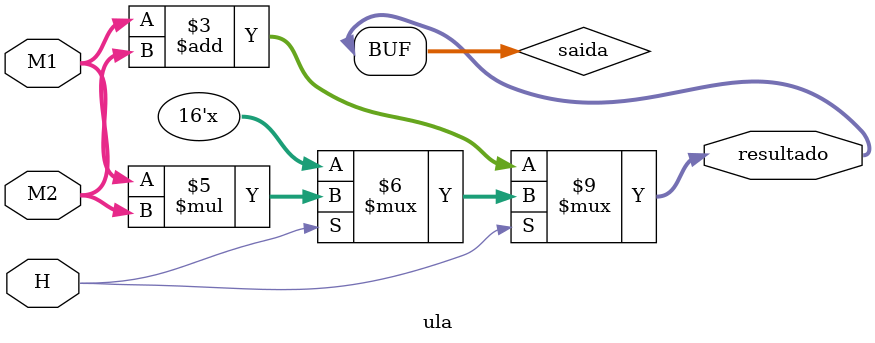
<source format=v>
module ula(
  input[15:0] M1,
  input[15:0] M2,
  input H,

  output[15:0] resultado
);

  reg[15:0] saida;
  assign resultado = saida;

  always @(M1, M2 or H) begin
    if (H == 0) saida <= M1 + M2;
    else if (H == 1) saida <= M1 * M2;
  end
endmodule

// module testbench;
//   reg[15:0] M1 = 16'b0000000000000001;
//   reg[15:0] M2 = 16'b0000000000000001;
//   reg H = 0;
  
//   wire[15:0] resultado;

//   ula ula0(M1, M2, H, resultado);

//   initial begin
//     $dumpvars;
//     #5;
//     H = 1;
//     #5
//     $finish;
//   end
// endmodule

</source>
